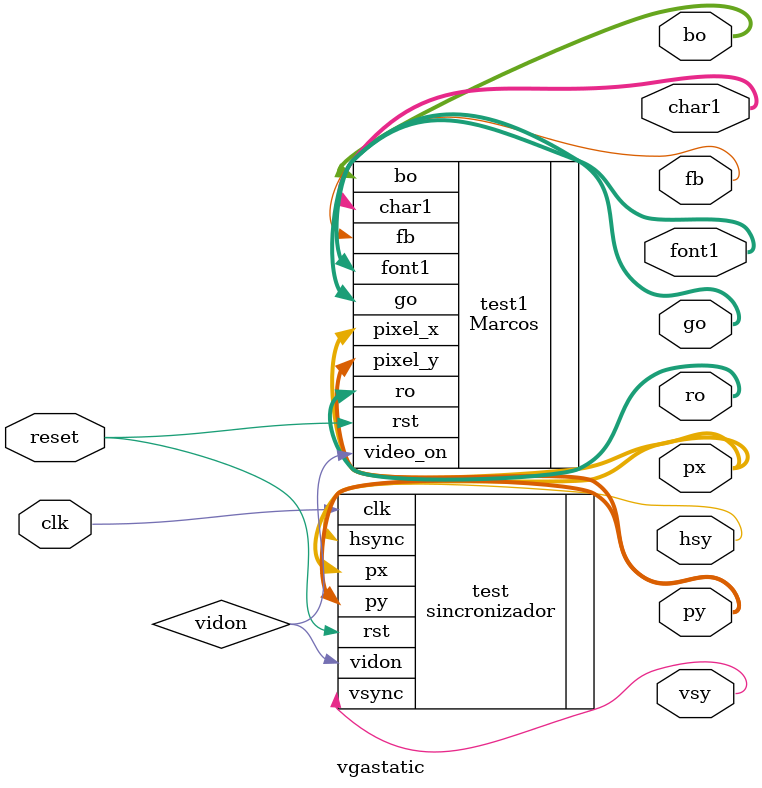
<source format=v>
`timescale 1ns / 1ps


module vgastatic(
input wire clk, reset,
output hsy,vsy,
output [9:0] px, py,
output [3:0] ro,go,bo,
output [7:0] font1,
output [2:0] char1,
output fb
    );
//wire [9:0] px, py;
wire vidon;

//instaciamiento de los modulos
sincronizador test(.clk(clk),
                   .rst(reset),
                   .hsync(hsy),
                   .vsync(vsy),
                   .vidon(vidon),
                   .px(px),
                   .py(py));
Marcos test1(.rst(reset),
             .video_on(vidon),
             .pixel_x(px),
             .pixel_y(py),
             .ro(ro),
             .go(go),
             .bo(bo),
             .font1(font1),
             .char1(char1),
             .fb(fb));
endmodule

</source>
